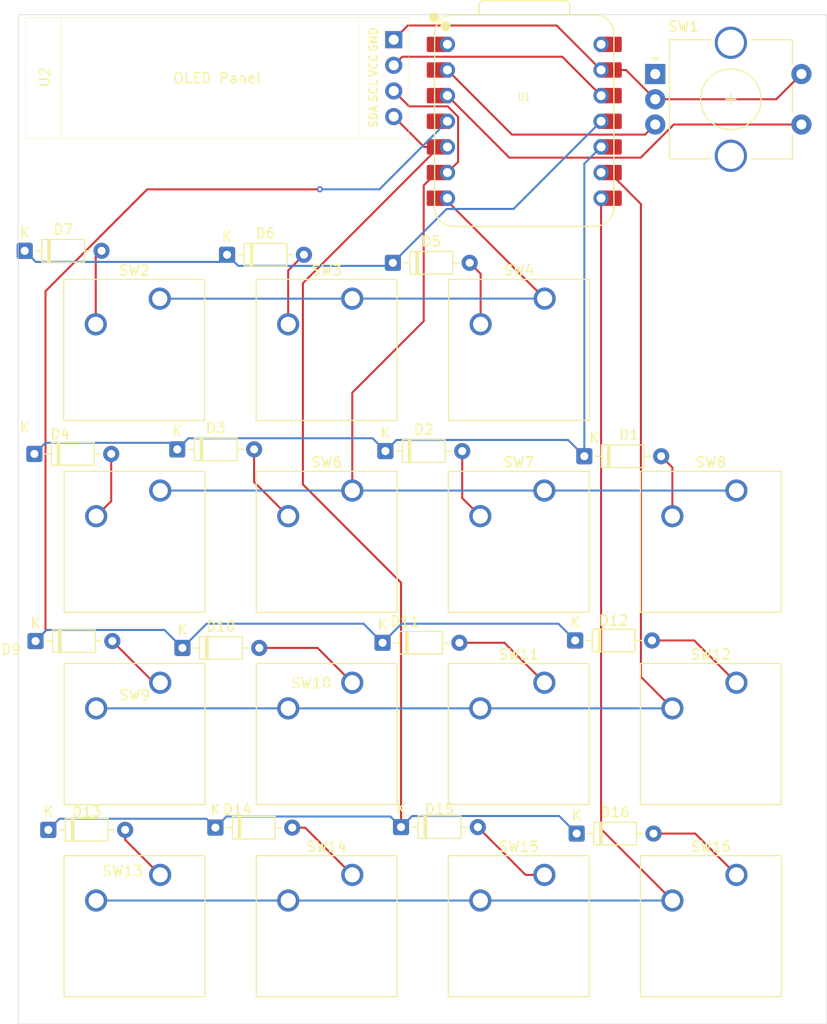
<source format=kicad_pcb>
(kicad_pcb (version 20241229) (generator "pcbnew") (generator_version "9.0")
  (layers (0 "F.Cu" signal) (2 "B.Cu" signal) (13 "F.Paste" user) (15 "B.Paste" user) (5 "F.SilkS" user "F.Silkscreen") (7 "B.SilkS" user "B.Silkscreen") (1 "F.Mask" user) (3 "B.Mask" user) (25 "Edge.Cuts" user))
  (net 0 "")
  (net 1 "GND")
  (net 2 "+5V")
  (net 3 "Net-(D1-K)")
  (net 4 "Net-(D1-A)")
  (net 5 "Net-(D2-A)")
  (net 6 "Net-(D3-A)")
  (net 7 "+3.3V")
  (net 8 "Net-(U1-GPIO7{slash}SCL)")
  (net 9 "Net-(D4-A)")
  (net 10 "Net-(D5-A)")
  (net 11 "Net-(D5-K)")
  (net 12 "Net-(D6-A)")
  (net 13 "Net-(D7-A)")
  (net 14 "Net-(D10-K)")
  (net 15 "Net-(D9-A)")
  (net 16 "Net-(D10-A)")
  (net 17 "Net-(D11-A)")
  (net 18 "Net-(D12-A)")
  (net 19 "Net-(D13-K)")
  (net 20 "Net-(D13-A)")
  (net 21 "Net-(D14-A)")
  (net 22 "Net-(D15-A)")
  (net 23 "Net-(D16-A)")
  (net 24 "Net-(U1-GPIO0{slash}TX)")
  (net 25 "Net-(U1-GPIO2{slash}SCK)")
  (net 26 "Net-(U1-GPIO1{slash}RX)")
  (net 27 "Net-(U1-GPIO28{slash}ADC2{slash}A2)")
  (net 28 "Net-(U1-GPIO26{slash}ADC0{slash}A0)")
  (net 29 "Net-(U1-GPIO27{slash}ADC1{slash}A1)")
  (footprint "Button_Switch_Keyboard:SW_Cherry_MX_1.00u_PCB" (layer "F.Cu") (at 127.507167 122.645017)
    (property "Reference" "SW10" (at -4.0795 0.038316 0) (layer "F.SilkS"))
    (property "Value" "SW_Push")
    (pad "" np_thru_hole circle (at -7.62 5.08) (size 1.7 1.7) (drill 1.7) (layers "*.Cu" "*.Mask"))
    (pad "" np_thru_hole circle (at -2.54 5.08) (size 4 4) (drill 4) (layers "*.Cu" "*.Mask"))
    (pad "" np_thru_hole circle (at 2.54 5.08) (size 1.7 1.7) (drill 1.7) (layers "*.Cu" "*.Mask"))
    (pad "1" thru_hole circle (at 0 0) (size 2.2 2.2) (drill 1.5) (layers "*.Cu" "*.Mask") (net 16 "Net-(D10-A)"))
    (pad "2" thru_hole circle (at -6.35 2.54) (size 2.2 2.2) (drill 1.5) (layers "*.Cu" "*.Mask") (net 25 "Net-(U1-GPIO2{slash}SCK)"))
  )
  (footprint "Diode_THT:D_DO-35_SOD27_P7.62mm_Horizontal" (layer "F.Cu") (at 95.02 79.86)
    (property "Reference" "D7" (at 3.81 -2.12 0) (layer "F.SilkS"))
    (property "Value" "1N4148")
    (fp_text user "K" (at 0 -1.8 0) (layer "F.SilkS"))
    (pad "1" thru_hole roundrect (at 0 0) (size 1.6 1.6) (drill 0.8) (layers "*.Cu" "*.Mask") (roundrect_rratio 0.15625) (net 11 "Net-(D5-K)"))
    (pad "2" thru_hole circle (at 7.62 0) (size 1.6 1.6) (drill 0.8) (layers "*.Cu" "*.Mask") (net 13 "Net-(D7-A)"))
  )
  (footprint "Button_Switch_Keyboard:SW_Cherry_MX_1.00u_PCB" (layer "F.Cu") (at 127.5055 141.681684)
    (property "Reference" "SW14" (at -2.54 -2.794 0) (layer "F.SilkS"))
    (property "Value" "SW_Push")
    (pad "" np_thru_hole circle (at -7.62 5.08) (size 1.7 1.7) (drill 1.7) (layers "*.Cu" "*.Mask"))
    (pad "" np_thru_hole circle (at -2.54 5.08) (size 4 4) (drill 4) (layers "*.Cu" "*.Mask"))
    (pad "" np_thru_hole circle (at 2.54 5.08) (size 1.7 1.7) (drill 1.7) (layers "*.Cu" "*.Mask"))
    (pad "1" thru_hole circle (at 0 0) (size 2.2 2.2) (drill 1.5) (layers "*.Cu" "*.Mask") (net 21 "Net-(D14-A)"))
    (pad "2" thru_hole circle (at -6.35 2.54) (size 2.2 2.2) (drill 1.5) (layers "*.Cu" "*.Mask") (net 26 "Net-(U1-GPIO1{slash}RX)"))
  )
  (footprint "Diode_THT:D_DO-35_SOD27_P7.62mm_Horizontal" (layer "F.Cu") (at 95.98 99.98)
    (property "Reference" "D4" (at 2.56 -1.97 0) (layer "F.SilkS"))
    (property "Value" "1N4148")
    (fp_text user "K" (at -0.95 -2.63 0) (layer "F.SilkS"))
    (pad "1" thru_hole roundrect (at 0 0) (size 1.6 1.6) (drill 0.8) (layers "*.Cu" "*.Mask") (roundrect_rratio 0.15625) (net 3 "Net-(D1-K)"))
    (pad "2" thru_hole circle (at 7.62 0) (size 1.6 1.6) (drill 0.8) (layers "*.Cu" "*.Mask") (net 9 "Net-(D4-A)"))
  )
  (footprint "Diode_THT:D_DO-35_SOD27_P7.62mm_Horizontal" (layer "F.Cu") (at 132.34 136.95)
    (property "Reference" "D15" (at 3.81 -1.77 0) (layer "F.SilkS"))
    (property "Value" "1N4148")
    (fp_text user "K" (at 0 -1.8 0) (layer "F.SilkS"))
    (pad "1" thru_hole roundrect (at 0 0) (size 1.6 1.6) (drill 0.8) (layers "*.Cu" "*.Mask") (roundrect_rratio 0.15625) (net 19 "Net-(D13-K)"))
    (pad "2" thru_hole circle (at 7.62 0) (size 1.6 1.6) (drill 0.8) (layers "*.Cu" "*.Mask") (net 22 "Net-(D15-A)"))
  )
  (footprint "Button_Switch_Keyboard:SW_Cherry_MX_1.00u_PCB" (layer "F.Cu") (at 165.6025 122.645017)
    (property "Reference" "SW12" (at -2.54 -2.794 0) (layer "F.SilkS"))
    (property "Value" "SW_Push")
    (pad "" np_thru_hole circle (at -7.62 5.08) (size 1.7 1.7) (drill 1.7) (layers "*.Cu" "*.Mask"))
    (pad "" np_thru_hole circle (at -2.54 5.08) (size 4 4) (drill 4) (layers "*.Cu" "*.Mask"))
    (pad "" np_thru_hole circle (at 2.54 5.08) (size 1.7 1.7) (drill 1.7) (layers "*.Cu" "*.Mask"))
    (pad "1" thru_hole circle (at 0 0) (size 2.2 2.2) (drill 1.5) (layers "*.Cu" "*.Mask") (net 18 "Net-(D12-A)"))
    (pad "2" thru_hole circle (at -6.35 2.54) (size 2.2 2.2) (drill 1.5) (layers "*.Cu" "*.Mask") (net 25 "Net-(U1-GPIO2{slash}SCK)"))
  )
  (footprint "Button_Switch_Keyboard:SW_Cherry_MX_1.00u_PCB" (layer "F.Cu") (at 165.6025 103.608351)
    (property "Reference" "SW8" (at -2.54 -2.794 0) (layer "F.SilkS"))
    (property "Value" "SW_Push")
    (pad "" np_thru_hole circle (at -7.62 5.08) (size 1.7 1.7) (drill 1.7) (layers "*.Cu" "*.Mask"))
    (pad "" np_thru_hole circle (at -2.54 5.08) (size 4 4) (drill 4) (layers "*.Cu" "*.Mask"))
    (pad "" np_thru_hole circle (at 2.54 5.08) (size 1.7 1.7) (drill 1.7) (layers "*.Cu" "*.Mask"))
    (pad "1" thru_hole circle (at 0 0) (size 2.2 2.2) (drill 1.5) (layers "*.Cu" "*.Mask") (net 8 "Net-(U1-GPIO7{slash}SCL)"))
    (pad "2" thru_hole circle (at -6.35 2.54) (size 2.2 2.2) (drill 1.5) (layers "*.Cu" "*.Mask") (net 4 "Net-(D1-A)"))
  )
  (footprint "Diode_THT:D_DO-35_SOD27_P7.62mm_Horizontal" (layer "F.Cu") (at 149.61 118.46)
    (property "Reference" "D12" (at 3.81 -1.97 0) (layer "F.SilkS"))
    (property "Value" "1N4148")
    (fp_text user "K" (at 0 -1.8 0) (layer "F.SilkS"))
    (pad "1" thru_hole roundrect (at 0 0) (size 1.6 1.6) (drill 0.8) (layers "*.Cu" "*.Mask") (roundrect_rratio 0.15625) (net 14 "Net-(D10-K)"))
    (pad "2" thru_hole circle (at 7.62 0) (size 1.6 1.6) (drill 0.8) (layers "*.Cu" "*.Mask") (net 18 "Net-(D12-A)"))
  )
  (footprint "Diode_THT:D_DO-35_SOD27_P7.62mm_Horizontal" (layer "F.Cu") (at 130.79 99.7)
    (property "Reference" "D2" (at 3.81 -2.12 0) (layer "F.SilkS"))
    (property "Value" "1N4148")
    (fp_text user "K" (at 0 -1.8 0) (layer "F.SilkS"))
    (pad "1" thru_hole roundrect (at 0 0) (size 1.6 1.6) (drill 0.8) (layers "*.Cu" "*.Mask") (roundrect_rratio 0.15625) (net 3 "Net-(D1-K)"))
    (pad "2" thru_hole circle (at 7.62 0) (size 1.6 1.6) (drill 0.8) (layers "*.Cu" "*.Mask") (net 5 "Net-(D2-A)"))
  )
  (footprint "Diode_THT:D_DO-35_SOD27_P7.62mm_Horizontal" (layer "F.Cu") (at 110.15 99.53)
    (property "Reference" "D3" (at 3.81 -2.12 0) (layer "F.SilkS"))
    (property "Value" "1N4148")
    (fp_text user "K" (at 0 -1.8 0) (layer "F.SilkS"))
    (pad "1" thru_hole roundrect (at 0 0) (size 1.6 1.6) (drill 0.8) (layers "*.Cu" "*.Mask") (roundrect_rratio 0.15625) (net 3 "Net-(D1-K)"))
    (pad "2" thru_hole circle (at 7.62 0) (size 1.6 1.6) (drill 0.8) (layers "*.Cu" "*.Mask") (net 6 "Net-(D3-A)"))
  )
  (footprint "Rotary_Encoder:RotaryEncoder_Alps_EC11E-Switch_Vertical_H20mm_CircularMountingHoles" (layer "F.Cu") (at 157.55 62.3485)
    (property "Reference" "SW1" (at 2.8 -4.7 0) (layer "F.SilkS"))
    (property "Value" "RotaryEncoder_Switch")
    (pad "A" thru_hole rect (at 0 0) (size 2 2) (drill 1) (layers "*.Cu" "*.Mask") (net 28 "Net-(U1-GPIO26{slash}ADC0{slash}A0)"))
    (pad "B" thru_hole circle (at 0 5) (size 2 2) (drill 1) (layers "*.Cu" "*.Mask") (net 29 "Net-(U1-GPIO27{slash}ADC1{slash}A1)"))
    (pad "C" thru_hole circle (at 0 2.5) (size 2 2) (drill 1) (layers "*.Cu" "*.Mask") (net 1 "GND"))
    (pad "MP" thru_hole circle (at 7.5 -3.1) (size 3.2 3.2) (drill 2.6) (layers "*.Cu" "*.Mask"))
    (pad "MP" thru_hole circle (at 7.5 8.1) (size 3.2 3.2) (drill 2.6) (layers "*.Cu" "*.Mask"))
    (pad "S1" thru_hole circle (at 14.5 5) (size 2 2) (drill 1) (layers "*.Cu" "*.Mask") (net 27 "Net-(U1-GPIO28{slash}ADC2{slash}A2)"))
    (pad "S2" thru_hole circle (at 14.5 0) (size 2 2) (drill 1) (layers "*.Cu" "*.Mask") (net 1 "GND"))
  )
  (footprint "Diode_THT:D_DO-35_SOD27_P7.62mm_Horizontal" (layer "F.Cu") (at 149.76 137.59)
    (property "Reference" "D16" (at 3.81 -2.12 0) (layer "F.SilkS"))
    (property "Value" "1N4148")
    (fp_text user "K" (at 0 -1.8 0) (layer "F.SilkS"))
    (pad "1" thru_hole roundrect (at 0 0) (size 1.6 1.6) (drill 0.8) (layers "*.Cu" "*.Mask") (roundrect_rratio 0.15625) (net 19 "Net-(D13-K)"))
    (pad "2" thru_hole circle (at 7.62 0) (size 1.6 1.6) (drill 0.8) (layers "*.Cu" "*.Mask") (net 23 "Net-(D16-A)"))
  )
  (footprint "Button_Switch_Keyboard:SW_Cherry_MX_1.00u_PCB" (layer "F.Cu") (at 146.554833 122.645017)
    (property "Reference" "SW11" (at -2.54 -2.794 0) (layer "F.SilkS"))
    (property "Value" "SW_Push")
    (pad "" np_thru_hole circle (at -7.62 5.08) (size 1.7 1.7) (drill 1.7) (layers "*.Cu" "*.Mask"))
    (pad "" np_thru_hole circle (at -2.54 5.08) (size 4 4) (drill 4) (layers "*.Cu" "*.Mask"))
    (pad "" np_thru_hole circle (at 2.54 5.08) (size 1.7 1.7) (drill 1.7) (layers "*.Cu" "*.Mask"))
    (pad "1" thru_hole circle (at 0 0) (size 2.2 2.2) (drill 1.5) (layers "*.Cu" "*.Mask") (net 17 "Net-(D11-A)"))
    (pad "2" thru_hole circle (at -6.35 2.54) (size 2.2 2.2) (drill 1.5) (layers "*.Cu" "*.Mask") (net 25 "Net-(U1-GPIO2{slash}SCK)"))
  )
  (footprint "OPL:XIAO-RP2040-DIP" (layer "F.Cu") (at 144.561 67.0285)
    (property "Reference" "U1" (at -0.01 -2.41 0) (layer "F.SilkS") (effects (font (size 0.8128 0.635) (thickness 0.1016))))
    (property "Value" "XIAO-RP2040-DIP")
    (pad "1" smd roundrect (at -8.455 -7.62 180) (size 2.432 1.524) (layers "F.Cu" "F.Mask") (roundrect_rratio 0.1) (net 28 "Net-(U1-GPIO26{slash}ADC0{slash}A0)"))
    (pad "1" thru_hole circle (at -7.62 -7.62 180) (size 1.524 1.524) (drill 0.889) (layers "*.Cu" "*.Mask") (net 28 "Net-(U1-GPIO26{slash}ADC0{slash}A0)"))
    (pad "2" smd roundrect (at -8.455 -5.08 180) (size 2.432 1.524) (layers "F.Cu" "F.Mask") (roundrect_rratio 0.1) (net 29 "Net-(U1-GPIO27{slash}ADC1{slash}A1)"))
    (pad "2" thru_hole circle (at -7.62 -5.08 180) (size 1.524 1.524) (drill 0.889) (layers "*.Cu" "*.Mask") (net 29 "Net-(U1-GPIO27{slash}ADC1{slash}A1)"))
    (pad "3" smd roundrect (at -8.455 -2.54 180) (size 2.432 1.524) (layers "F.Cu" "F.Mask") (roundrect_rratio 0.1) (net 27 "Net-(U1-GPIO28{slash}ADC2{slash}A2)"))
    (pad "3" thru_hole circle (at -7.62 -2.54 180) (size 1.524 1.524) (drill 0.889) (layers "*.Cu" "*.Mask") (net 27 "Net-(U1-GPIO28{slash}ADC2{slash}A2)"))
    (pad "4" smd roundrect (at -8.455 0 180) (size 2.432 1.524) (layers "F.Cu" "F.Mask") (roundrect_rratio 0.1) (net 14 "Net-(D10-K)"))
    (pad "4" thru_hole circle (at -7.62 0 180) (size 1.524 1.524) (drill 0.889) (layers "*.Cu" "*.Mask") (net 14 "Net-(D10-K)"))
    (pad "5" smd roundrect (at -8.455 2.54 180) (size 2.432 1.524) (layers "F.Cu" "F.Mask") (roundrect_rratio 0.1) (net 19 "Net-(D13-K)"))
    (pad "5" thru_hole circle (at -7.62 2.54 180) (size 1.524 1.524) (drill 0.889) (layers "*.Cu" "*.Mask") (net 19 "Net-(D13-K)"))
    (pad "6" smd roundrect (at -8.455 5.08 180) (size 2.432 1.524) (layers "F.Cu" "F.Mask") (roundrect_rratio 0.1) (net 8 "Net-(U1-GPIO7{slash}SCL)"))
    (pad "6" thru_hole circle (at -7.62 5.08 180) (size 1.524 1.524) (drill 0.889) (layers "*.Cu" "*.Mask") (net 8 "Net-(U1-GPIO7{slash}SCL)"))
    (pad "7" smd roundrect (at -8.455 7.62 180) (size 2.432 1.524) (layers "F.Cu" "F.Mask") (roundrect_rratio 0.1) (net 24 "Net-(U1-GPIO0{slash}TX)"))
    (pad "7" thru_hole circle (at -7.62 7.62 180) (size 1.524 1.524) (drill 0.889) (layers "*.Cu" "*.Mask") (net 24 "Net-(U1-GPIO0{slash}TX)"))
    (pad "8" thru_hole circle (at 7.62 7.62) (size 1.524 1.524) (drill 0.889) (layers "*.Cu" "*.Mask") (net 26 "Net-(U1-GPIO1{slash}RX)"))
    (pad "8" smd roundrect (at 8.455 7.62) (size 2.432 1.524) (layers "F.Cu" "F.Mask") (roundrect_rratio 0.1) (net 26 "Net-(U1-GPIO1{slash}RX)"))
    (pad "9" thru_hole circle (at 7.62 5.08) (size 1.524 1.524) (drill 0.889) (layers "*.Cu" "*.Mask") (net 25 "Net-(U1-GPIO2{slash}SCK)"))
    (pad "9" smd roundrect (at 8.455 5.08) (size 2.432 1.524) (layers "F.Cu" "F.Mask") (roundrect_rratio 0.1) (net 25 "Net-(U1-GPIO2{slash}SCK)"))
    (pad "10" thru_hole circle (at 7.62 2.54) (size 1.524 1.524) (drill 0.889) (layers "*.Cu" "*.Mask") (net 3 "Net-(D1-K)"))
    (pad "10" smd roundrect (at 8.455 2.54) (size 2.432 1.524) (layers "F.Cu" "F.Mask") (roundrect_rratio 0.1) (net 3 "Net-(D1-K)"))
    (pad "11" thru_hole circle (at 7.62 0) (size 1.524 1.524) (drill 0.889) (layers "*.Cu" "*.Mask") (net 11 "Net-(D5-K)"))
    (pad "11" smd roundrect (at 8.455 0) (size 2.432 1.524) (layers "F.Cu" "F.Mask") (roundrect_rratio 0.1) (net 11 "Net-(D5-K)"))
    (pad "12" thru_hole circle (at 7.62 -2.54) (size 1.524 1.524) (drill 0.889) (layers "*.Cu" "*.Mask") (net 7 "+3.3V"))
    (pad "12" smd roundrect (at 8.455 -2.54) (size 2.432 1.524) (layers "F.Cu" "F.Mask") (roundrect_rratio 0.1) (net 7 "+3.3V"))
    (pad "13" thru_hole circle (at 7.62 -5.08) (size 1.524 1.524) (drill 0.889) (layers "*.Cu" "*.Mask") (net 1 "GND"))
    (pad "13" smd roundrect (at 8.455 -5.08) (size 2.432 1.524) (layers "F.Cu" "F.Mask") (roundrect_rratio 0.1) (net 1 "GND"))
    (pad "14" thru_hole circle (at 7.62 -7.62) (size 1.524 1.524) (drill 0.889) (layers "*.Cu" "*.Mask") (net 2 "+5V"))
    (pad "14" smd roundrect (at 8.455 -7.62) (size 2.432 1.524) (layers "F.Cu" "F.Mask") (roundrect_rratio 0.1) (net 2 "+5V"))
  )
  (footprint "Button_Switch_Keyboard:SW_Cherry_MX_1.00u_PCB" (layer "F.Cu") (at 165.6075 141.681684)
    (property "Reference" "SW16" (at -2.54 -2.794 0) (layer "F.SilkS"))
    (property "Value" "SW_Push")
    (pad "" np_thru_hole circle (at -7.62 5.08) (size 1.7 1.7) (drill 1.7) (layers "*.Cu" "*.Mask"))
    (pad "" np_thru_hole circle (at -2.54 5.08) (size 4 4) (drill 4) (layers "*.Cu" "*.Mask"))
    (pad "" np_thru_hole circle (at 2.54 5.08) (size 1.7 1.7) (drill 1.7) (layers "*.Cu" "*.Mask"))
    (pad "1" thru_hole circle (at 0 0) (size 2.2 2.2) (drill 1.5) (layers "*.Cu" "*.Mask") (net 23 "Net-(D16-A)"))
    (pad "2" thru_hole circle (at -6.35 2.54) (size 2.2 2.2) (drill 1.5) (layers "*.Cu" "*.Mask") (net 26 "Net-(U1-GPIO1{slash}RX)"))
  )
  (footprint "Diode_THT:D_DO-35_SOD27_P7.62mm_Horizontal" (layer "F.Cu") (at 110.66 119.2)
    (property "Reference" "D10" (at 3.81 -2.12 0) (layer "F.SilkS"))
    (property "Value" "1N4148")
    (fp_text user "K" (at 0 -1.8 0) (layer "F.SilkS"))
    (pad "1" thru_hole roundrect (at 0 0) (size 1.6 1.6) (drill 0.8) (layers "*.Cu" "*.Mask") (roundrect_rratio 0.15625) (net 14 "Net-(D10-K)"))
    (pad "2" thru_hole circle (at 7.62 0) (size 1.6 1.6) (drill 0.8) (layers "*.Cu" "*.Mask") (net 16 "Net-(D10-A)"))
  )
  (footprint "OLED:SSD1306-0.91-OLED-4pin-128x32" (layer "F.Cu") (at 95.116 56.7535)
    (property "Reference" "U2" (at 1.9 5.91 90) (layer "F.SilkS"))
    (property "Value" "OLED-4pin-128x32")
    (fp_text user "SDA" (at 34.5 9.81 270) (layer "F.SilkS") (effects (font (size 0.8001 0.8001))))
    (fp_text user "VCC" (at 34.5 4.73 270) (layer "F.SilkS") (effects (font (size 0.8001 0.8001))))
    (fp_text user "GND" (at 34.5 2.19 270) (layer "F.SilkS") (effects (font (size 0.8001 0.8001))))
    (fp_text user "SCL" (at 34.5 7.27 270) (layer "F.SilkS") (effects (font (size 0.8001 0.8001))))
    (fp_text user "OLED Panel" (at 19 6 0) (layer "F.SilkS"))
    (pad "1" thru_hole rect (at 36.5 2.19) (size 1.7 1.7) (drill 1) (layers "*.Cu" "*.Mask") (net 1 "GND"))
    (pad "2" thru_hole oval (at 36.5 4.73) (size 1.7 1.7) (drill 1) (layers "*.Cu" "*.Mask") (net 7 "+3.3V"))
    (pad "3" thru_hole oval (at 36.5 7.27) (size 1.7 1.7) (drill 1) (layers "*.Cu" "*.Mask") (net 8 "Net-(U1-GPIO7{slash}SCL)"))
    (pad "4" thru_hole oval (at 36.5 9.81) (size 1.7 1.7) (drill 1) (layers "*.Cu" "*.Mask") (net 19 "Net-(D13-K)"))
  )
  (footprint "Button_Switch_Keyboard:SW_Cherry_MX_1.00u_PCB" (layer "F.Cu") (at 146.5565 141.681684)
    (property "Reference" "SW15" (at -2.54 -2.794 0) (layer "F.SilkS"))
    (property "Value" "SW_Push")
    (pad "" np_thru_hole circle (at -7.62 5.08) (size 1.7 1.7) (drill 1.7) (layers "*.Cu" "*.Mask"))
    (pad "" np_thru_hole circle (at -2.54 5.08) (size 4 4) (drill 4) (layers "*.Cu" "*.Mask"))
    (pad "" np_thru_hole circle (at 2.54 5.08) (size 1.7 1.7) (drill 1.7) (layers "*.Cu" "*.Mask"))
    (pad "1" thru_hole circle (at 0 0) (size 2.2 2.2) (drill 1.5) (layers "*.Cu" "*.Mask") (net 22 "Net-(D15-A)"))
    (pad "2" thru_hole circle (at -6.35 2.54) (size 2.2 2.2) (drill 1.5) (layers "*.Cu" "*.Mask") (net 26 "Net-(U1-GPIO1{slash}RX)"))
  )
  (footprint "Button_Switch_Keyboard:SW_Cherry_MX_1.00u_PCB" (layer "F.Cu") (at 108.4595 122.645017)
    (property "Reference" "SW9" (at -2.54 1.228316 0) (layer "F.SilkS"))
    (property "Value" "SW_Push")
    (pad "" np_thru_hole circle (at -7.62 5.08) (size 1.7 1.7) (drill 1.7) (layers "*.Cu" "*.Mask"))
    (pad "" np_thru_hole circle (at -2.54 5.08) (size 4 4) (drill 4) (layers "*.Cu" "*.Mask"))
    (pad "" np_thru_hole circle (at 2.54 5.08) (size 1.7 1.7) (drill 1.7) (layers "*.Cu" "*.Mask"))
    (pad "1" thru_hole circle (at 0 0) (size 2.2 2.2) (drill 1.5) (layers "*.Cu" "*.Mask") (net 15 "Net-(D9-A)"))
    (pad "2" thru_hole circle (at -6.35 2.54) (size 2.2 2.2) (drill 1.5) (layers "*.Cu" "*.Mask") (net 25 "Net-(U1-GPIO2{slash}SCK)"))
  )
  (footprint "Button_Switch_Keyboard:SW_Cherry_MX_1.00u_PCB" (layer "F.Cu") (at 108.415 84.6)
    (property "Reference" "SW2" (at -2.54 -2.794 0) (layer "F.SilkS"))
    (property "Value" "SW_Push")
    (pad "" np_thru_hole circle (at -7.62 5.08) (size 1.7 1.7) (drill 1.7) (layers "*.Cu" "*.Mask"))
    (pad "" np_thru_hole circle (at -2.54 5.08) (size 4 4) (drill 4) (layers "*.Cu" "*.Mask"))
    (pad "" np_thru_hole circle (at 2.54 5.08) (size 1.7 1.7) (drill 1.7) (layers "*.Cu" "*.Mask"))
    (pad "1" thru_hole circle (at 0 0) (size 2.2 2.2) (drill 1.5) (layers "*.Cu" "*.Mask") (net 24 "Net-(U1-GPIO0{slash}TX)"))
    (pad "2" thru_hole circle (at -6.35 2.54) (size 2.2 2.2) (drill 1.5) (layers "*.Cu" "*.Mask") (net 13 "Net-(D7-A)"))
  )
  (footprint "Button_Switch_Keyboard:SW_Cherry_MX_1.00u_PCB" (layer "F.Cu") (at 108.4595 103.608351)
    (property "Reference" "SW5" (hide yes))
    (property "Value" "SW_Push")
    (pad "" np_thru_hole circle (at -7.62 5.08) (size 1.7 1.7) (drill 1.7) (layers "*.Cu" "*.Mask"))
    (pad "" np_thru_hole circle (at -2.54 5.08) (size 4 4) (drill 4) (layers "*.Cu" "*.Mask"))
    (pad "" np_thru_hole circle (at 2.54 5.08) (size 1.7 1.7) (drill 1.7) (layers "*.Cu" "*.Mask"))
    (pad "1" thru_hole circle (at 0 0) (size 2.2 2.2) (drill 1.5) (layers "*.Cu" "*.Mask") (net 8 "Net-(U1-GPIO7{slash}SCL)"))
    (pad "2" thru_hole circle (at -6.35 2.54) (size 2.2 2.2) (drill 1.5) (layers "*.Cu" "*.Mask") (net 9 "Net-(D4-A)"))
  )
  (footprint "Button_Switch_Keyboard:SW_Cherry_MX_1.00u_PCB" (layer "F.Cu") (at 127.5 84.6)
    (property "Reference" "SW3" (at -2.54 -2.794 0) (layer "F.SilkS"))
    (property "Value" "SW_Push")
    (pad "" np_thru_hole circle (at -7.62 5.08) (size 1.7 1.7) (drill 1.7) (layers "*.Cu" "*.Mask"))
    (pad "" np_thru_hole circle (at -2.54 5.08) (size 4 4) (drill 4) (layers "*.Cu" "*.Mask"))
    (pad "" np_thru_hole circle (at 2.54 5.08) (size 1.7 1.7) (drill 1.7) (layers "*.Cu" "*.Mask"))
    (pad "1" thru_hole circle (at 0 0) (size 2.2 2.2) (drill 1.5) (layers "*.Cu" "*.Mask") (net 24 "Net-(U1-GPIO0{slash}TX)"))
    (pad "2" thru_hole circle (at -6.35 2.54) (size 2.2 2.2) (drill 1.5) (layers "*.Cu" "*.Mask") (net 12 "Net-(D6-A)"))
  )
  (footprint "Button_Switch_Keyboard:SW_Cherry_MX_1.00u_PCB" (layer "F.Cu") (at 146.585 84.595)
    (property "Reference" "SW4" (at -2.54 -2.794 0) (layer "F.SilkS"))
    (property "Value" "SW_Push")
    (pad "" np_thru_hole circle (at -7.62 5.08) (size 1.7 1.7) (drill 1.7) (layers "*.Cu" "*.Mask"))
    (pad "" np_thru_hole circle (at -2.54 5.08) (size 4 4) (drill 4) (layers "*.Cu" "*.Mask"))
    (pad "" np_thru_hole circle (at 2.54 5.08) (size 1.7 1.7) (drill 1.7) (layers "*.Cu" "*.Mask"))
    (pad "1" thru_hole circle (at 0 0) (size 2.2 2.2) (drill 1.5) (layers "*.Cu" "*.Mask") (net 24 "Net-(U1-GPIO0{slash}TX)"))
    (pad "2" thru_hole circle (at -6.35 2.54) (size 2.2 2.2) (drill 1.5) (layers "*.Cu" "*.Mask") (net 10 "Net-(D5-A)"))
  )
  (footprint "Diode_THT:D_DO-35_SOD27_P7.62mm_Horizontal" (layer "F.Cu") (at 113.93 137)
    (property "Reference" "D14" (at 2.21 -1.79 0) (layer "F.SilkS"))
    (property "Value" "1N4148")
    (fp_text user "K" (at 0 -1.8 0) (layer "F.SilkS"))
    (pad "1" thru_hole roundrect (at 0 0) (size 1.6 1.6) (drill 0.8) (layers "*.Cu" "*.Mask") (roundrect_rratio 0.15625) (net 19 "Net-(D13-K)"))
    (pad "2" thru_hole circle (at 7.62 0) (size 1.6 1.6) (drill 0.8) (layers "*.Cu" "*.Mask") (net 21 "Net-(D14-A)"))
  )
  (footprint "Button_Switch_Keyboard:SW_Cherry_MX_1.00u_PCB" (layer "F.Cu") (at 108.4545 141.681684)
    (property "Reference" "SW13" (at -3.7295 -0.381684 0) (layer "F.SilkS"))
    (property "Value" "SW_Push")
    (pad "" np_thru_hole circle (at -7.62 5.08) (size 1.7 1.7) (drill 1.7) (layers "*.Cu" "*.Mask"))
    (pad "" np_thru_hole circle (at -2.54 5.08) (size 4 4) (drill 4) (layers "*.Cu" "*.Mask"))
    (pad "" np_thru_hole circle (at 2.54 5.08) (size 1.7 1.7) (drill 1.7) (layers "*.Cu" "*.Mask"))
    (pad "1" thru_hole circle (at 0 0) (size 2.2 2.2) (drill 1.5) (layers "*.Cu" "*.Mask") (net 20 "Net-(D13-A)"))
    (pad "2" thru_hole circle (at -6.35 2.54) (size 2.2 2.2) (drill 1.5) (layers "*.Cu" "*.Mask") (net 26 "Net-(U1-GPIO1{slash}RX)"))
  )
  (footprint "Diode_THT:D_DO-35_SOD27_P7.62mm_Horizontal" (layer "F.Cu") (at 97.36 137.22)
    (property "Reference" "D13" (at 3.81 -1.79 0) (layer "F.SilkS"))
    (property "Value" "1N4148")
    (fp_text user "K" (at 0 -1.8 0) (layer "F.SilkS"))
    (pad "1" thru_hole roundrect (at 0 0) (size 1.6 1.6) (drill 0.8) (layers "*.Cu" "*.Mask") (roundrect_rratio 0.15625) (net 19 "Net-(D13-K)"))
    (pad "2" thru_hole circle (at 7.62 0) (size 1.6 1.6) (drill 0.8) (layers "*.Cu" "*.Mask") (net 20 "Net-(D13-A)"))
  )
  (footprint "Button_Switch_Keyboard:SW_Cherry_MX_1.00u_PCB" (layer "F.Cu") (at 127.507167 103.608351)
    (property "Reference" "SW6" (at -2.54 -2.794 0) (layer "F.SilkS"))
    (property "Value" "SW_Push")
    (pad "" np_thru_hole circle (at -7.62 5.08) (size 1.7 1.7) (drill 1.7) (layers "*.Cu" "*.Mask"))
    (pad "" np_thru_hole circle (at -2.54 5.08) (size 4 4) (drill 4) (layers "*.Cu" "*.Mask"))
    (pad "" np_thru_hole circle (at 2.54 5.08) (size 1.7 1.7) (drill 1.7) (layers "*.Cu" "*.Mask"))
    (pad "1" thru_hole circle (at 0 0) (size 2.2 2.2) (drill 1.5) (layers "*.Cu" "*.Mask") (net 8 "Net-(U1-GPIO7{slash}SCL)"))
    (pad "2" thru_hole circle (at -6.35 2.54) (size 2.2 2.2) (drill 1.5) (layers "*.Cu" "*.Mask") (net 6 "Net-(D3-A)"))
  )
  (footprint "Diode_THT:D_DO-35_SOD27_P7.62mm_Horizontal" (layer "F.Cu") (at 96.09 118.52)
    (property "Reference" "D9" (at -2.42 0.84 0) (layer "F.SilkS"))
    (property "Value" "1N4148")
    (fp_text user "K" (at 0 -1.8 0) (layer "F.SilkS"))
    (pad "1" thru_hole roundrect (at 0 0) (size 1.6 1.6) (drill 0.8) (layers "*.Cu" "*.Mask") (roundrect_rratio 0.15625) (net 14 "Net-(D10-K)"))
    (pad "2" thru_hole circle (at 7.62 0) (size 1.6 1.6) (drill 0.8) (layers "*.Cu" "*.Mask") (net 15 "Net-(D9-A)"))
  )
  (footprint "Diode_THT:D_DO-35_SOD27_P7.62mm_Horizontal" (layer "F.Cu") (at 115.09 80.25)
    (property "Reference" "D6" (at 3.81 -2.12 0) (layer "F.SilkS"))
    (property "Value" "1N4148")
    (fp_text user "K" (at 0 -1.8 0) (layer "F.SilkS"))
    (pad "1" thru_hole roundrect (at 0 0) (size 1.6 1.6) (drill 0.8) (layers "*.Cu" "*.Mask") (roundrect_rratio 0.15625) (net 11 "Net-(D5-K)"))
    (pad "2" thru_hole circle (at 7.62 0) (size 1.6 1.6) (drill 0.8) (layers "*.Cu" "*.Mask") (net 12 "Net-(D6-A)"))
  )
  (footprint "Button_Switch_Keyboard:SW_Cherry_MX_1.00u_PCB" (layer "F.Cu") (at 146.554833 103.608351)
    (property "Reference" "SW7" (at -2.54 -2.794 0) (layer "F.SilkS"))
    (property "Value" "SW_Push")
    (pad "" np_thru_hole circle (at -7.62 5.08) (size 1.7 1.7) (drill 1.7) (layers "*.Cu" "*.Mask"))
    (pad "" np_thru_hole circle (at -2.54 5.08) (size 4 4) (drill 4) (layers "*.Cu" "*.Mask"))
    (pad "" np_thru_hole circle (at 2.54 5.08) (size 1.7 1.7) (drill 1.7) (layers "*.Cu" "*.Mask"))
    (pad "1" thru_hole circle (at 0 0) (size 2.2 2.2) (drill 1.5) (layers "*.Cu" "*.Mask") (net 8 "Net-(U1-GPIO7{slash}SCL)"))
    (pad "2" thru_hole circle (at -6.35 2.54) (size 2.2 2.2) (drill 1.5) (layers "*.Cu" "*.Mask") (net 5 "Net-(D2-A)"))
  )
  (footprint "Diode_THT:D_DO-35_SOD27_P7.62mm_Horizontal" (layer "F.Cu") (at 131.53 81.05)
    (property "Reference" "D5" (at 3.81 -2.12 0) (layer "F.SilkS"))
    (property "Value" "1N4148")
    (pad "1" thru_hole roundrect (at 0 0) (size 1.6 1.6) (drill 0.8) (layers "*.Cu" "*.Mask") (roundrect_rratio 0.15625) (net 11 "Net-(D5-K)"))
    (pad "2" thru_hole circle (at 7.62 0) (size 1.6 1.6) (drill 0.8) (layers "*.Cu" "*.Mask") (net 10 "Net-(D5-A)"))
  )
  (footprint "Diode_THT:D_DO-35_SOD27_P7.62mm_Horizontal" (layer "F.Cu") (at 150.52 100.21)
    (property "Reference" "D1" (at 4.44 -2.12 0) (layer "F.SilkS"))
    (property "Value" "1N4148")
    (fp_text user "K" (at 1 -1.8 0) (layer "F.SilkS"))
    (pad "1" thru_hole roundrect (at 0 0) (size 1.6 1.6) (drill 0.8) (layers "*.Cu" "*.Mask") (roundrect_rratio 0.15625) (net 3 "Net-(D1-K)"))
    (pad "2" thru_hole circle (at 7.62 0) (size 1.6 1.6) (drill 0.8) (layers "*.Cu" "*.Mask") (net 4 "Net-(D1-A)"))
  )
  (footprint "Diode_THT:D_DO-35_SOD27_P7.62mm_Horizontal" (layer "F.Cu") (at 130.51 118.69)
    (property "Reference" "D11" (at 2.2 -2.12 0) (layer "F.SilkS"))
    (property "Value" "1N4148")
    (fp_text user "K" (at 0 -1.8 0) (layer "F.SilkS"))
    (pad "1" thru_hole roundrect (at 0 0) (size 1.6 1.6) (drill 0.8) (layers "*.Cu" "*.Mask") (roundrect_rratio 0.15625) (net 14 "Net-(D10-K)"))
    (pad "2" thru_hole circle (at 7.62 0) (size 1.6 1.6) (drill 0.8) (layers "*.Cu" "*.Mask") (net 17 "Net-(D11-A)"))
  )
  (gr_rect (start 94.385 56.47) (end 174.575 156.45) (stroke (width 0.05)) (fill no) (layer "Edge.Cuts"))
  (segment (start 172.05 62.3485) (end 169.55 64.8485) (width 0.2) (layer "F.Cu") (net 1))
  (segment (start 157.55 64.8485) (end 154.65 61.9485) (width 0.2) (layer "F.Cu") (net 1))
  (segment (start 131.616 58.9435) (end 133.0195 57.54) (width 0.2) (layer "F.Cu") (net 1))
  (segment (start 169.55 64.8485) (end 157.55 64.8485) (width 0.2) (layer "F.Cu") (net 1))
  (segment (start 154.65 61.9485) (end 152.181 61.9485) (width 0.2) (layer "F.Cu") (net 1))
  (segment (start 133.0195 57.54) (end 147.7725 57.54) (width 0.2) (layer "F.Cu") (net 1))
  (segment (start 147.7725 57.54) (end 152.181 61.9485) (width 0.2) (layer "F.Cu") (net 1))
  (segment (start 129.519 98.429) (end 111.251 98.429) (width 0.2) (layer "B.Cu") (net 3))
  (segment (start 150.52 100.21) (end 150.52 71.2295) (width 0.2) (layer "B.Cu") (net 3))
  (segment (start 130.79 99.7) (end 129.519 98.429) (width 0.2) (layer "B.Cu") (net 3))
  (segment (start 97.081 98.879) (end 109.499 98.879) (width 0.2) (layer "B.Cu") (net 3))
  (segment (start 150.52 100.21) (end 148.909 98.599) (width 0.2) (layer "B.Cu") (net 3))
  (segment (start 150.52 71.2295) (end 152.181 69.5685) (width 0.2) (layer "B.Cu") (net 3))
  (segment (start 111.251 98.429) (end 110.15 99.53) (width 0.2) (layer "B.Cu") (net 3))
  (segment (start 95.98 99.98) (end 97.081 98.879) (width 0.2) (layer "B.Cu") (net 3))
  (segment (start 131.891 98.599) (end 130.79 99.7) (width 0.2) (layer "B.Cu") (net 3))
  (segment (start 109.499 98.879) (end 110.15 99.53) (width 0.2) (layer "B.Cu") (net 3))
  (segment (start 148.909 98.599) (end 131.891 98.599) (width 0.2) (layer "B.Cu") (net 3))
  (segment (start 159.2525 106.148351) (end 159.2525 101.3225) (width 0.2) (layer "F.Cu") (net 4))
  (segment (start 159.2525 101.3225) (end 158.14 100.21) (width 0.2) (layer "F.Cu") (net 4))
  (segment (start 140.204833 106.148351) (end 138.41 104.353518) (width 0.2) (layer "F.Cu") (net 5))
  (segment (start 138.41 104.353518) (end 138.41 99.7) (width 0.2) (layer "F.Cu") (net 5))
  (segment (start 121.157167 106.148351) (end 117.77 102.761184) (width 0.2) (layer "F.Cu") (net 6))
  (segment (start 117.77 102.761184) (end 117.77 99.53) (width 0.2) (layer "F.Cu") (net 6))
  (segment (start 131.616 61.4835) (end 132.466 60.6335) (width 0.2) (layer "F.Cu") (net 7))
  (segment (start 132.466 60.6335) (end 148.326 60.6335) (width 0.2) (layer "F.Cu") (net 7))
  (segment (start 148.326 60.6335) (end 152.181 64.4885) (width 0.2) (layer "F.Cu") (net 7))
  (segment (start 134.589 73.38287) (end 135.86337 72.1085) (width 0.2) (layer "F.Cu") (net 8))
  (segment (start 134.589 86.82947) (end 134.589 73.38287) (width 0.2) (layer "F.Cu") (net 8))
  (segment (start 127.507167 103.608351) (end 127.507167 93.911303) (width 0.2) (layer "F.Cu") (net 8))
  (segment (start 136.96731 65.5515) (end 138.004 66.58819) (width 0.2) (layer "F.Cu") (net 8))
  (segment (start 138.004 71.0455) (end 136.941 72.1085) (width 0.2) (layer "F.Cu") (net 8))
  (segment (start 135.86337 72.1085) (end 136.941 72.1085) (width 0.2) (layer "F.Cu") (net 8))
  (segment (start 127.507167 93.911303) (end 134.589 86.82947) (width 0.2) (layer "F.Cu") (net 8))
  (segment (start 131.616 64.0235) (end 133.144 65.5515) (width 0.2) (layer "F.Cu") (net 8))
  (segment (start 138.004 66.58819) (end 138.004 71.0455) (width 0.2) (layer "F.Cu") (net 8))
  (segment (start 133.144 65.5515) (end 136.96731 65.5515) (width 0.2) (layer "F.Cu") (net 8))
  (segment (start 108.4595 103.608351) (end 127.507167 103.608351) (width 0.2) (layer "B.Cu") (net 8))
  (segment (start 165.6025 103.608351) (end 146.554833 103.608351) (width 0.2) (layer "B.Cu") (net 8))
  (segment (start 146.554833 103.608351) (end 127.507167 103.608351) (width 0.2) (layer "B.Cu") (net 8))
  (segment (start 103.6 99.98) (end 103.6 104.657851) (width 0.2) (layer "F.Cu") (net 9))
  (segment (start 103.6 104.657851) (end 102.1095 106.148351) (width 0.2) (layer "F.Cu") (net 9))
  (segment (start 140.235 82.135) (end 139.15 81.05) (width 0.2) (layer "F.Cu") (net 10))
  (segment (start 140.235 87.135) (end 140.235 82.135) (width 0.2) (layer "F.Cu") (net 10))
  (segment (start 96.121 80.961) (end 95.02 79.86) (width 0.2) (layer "B.Cu") (net 11))
  (segment (start 114.379 80.961) (end 96.121 80.961) (width 0.2) (layer "B.Cu") (net 11))
  (segment (start 116.191 81.351) (end 115.09 80.25) (width 0.2) (layer "B.Cu") (net 11))
  (segment (start 152.181 67.0285) (end 143.498 75.7115) (width 0.2) (layer "B.Cu") (net 11))
  (segment (start 143.498 75.7115) (end 136.8685 75.7115) (width 0.2) (layer "B.Cu") (net 11))
  (segment (start 115.09 80.25) (end 114.379 80.961) (width 0.2) (layer "B.Cu") (net 11))
  (segment (start 131.53 81.05) (end 131.229 81.351) (width 0.2) (layer "B.Cu") (net 11))
  (segment (start 131.229 81.351) (end 116.191 81.351) (width 0.2) (layer "B.Cu") (net 11))
  (segment (start 136.8685 75.7115) (end 131.53 81.05) (width 0.2) (layer "B.Cu") (net 11))
  (segment (start 121.15 81.81) (end 122.71 80.25) (width 0.2) (layer "F.Cu") (net 12))
  (segment (start 121.15 87.14) (end 121.15 81.81) (width 0.2) (layer "F.Cu") (net 12))
  (segment (start 102.065 80.435) (end 102.64 79.86) (width 0.2) (layer "F.Cu") (net 13))
  (segment (start 102.065 87.14) (end 102.065 80.435) (width 0.2) (layer "F.Cu") (net 13))
  (segment (start 97.081 83.86195) (end 107.17295 73.77) (width 0.2) (layer "F.Cu") (net 14))
  (segment (start 107.17295 73.77) (end 124.29 73.77) (width 0.2) (layer "F.Cu") (net 14))
  (segment (start 97.081 117.529) (end 97.081 83.86195) (width 0.2) (layer "F.Cu") (net 14))
  (segment (start 96.09 118.52) (end 97.081 117.529) (width 0.2) (layer "F.Cu") (net 14))
  (via (at 124.29 73.77) (size 0.6) (drill 0.3) (layers "F.Cu" "B.Cu") (net 14))
  (segment (start 97.191 117.419) (end 108.879 117.419) (width 0.2) (layer "B.Cu") (net 14))
  (segment (start 128.62 116.8) (end 130.51 118.69) (width 0.2) (layer "B.Cu") (net 14))
  (segment (start 132.4 116.8) (end 147.95 116.8) (width 0.2) (layer "B.Cu") (net 14))
  (segment (start 130.51 118.69) (end 132.4 116.8) (width 0.2) (layer "B.Cu") (net 14))
  (segment (start 96.09 118.52) (end 97.191 117.419) (width 0.2) (layer "B.Cu") (net 14))
  (segment (start 124.29 73.77) (end 130.1995 73.77) (width 0.2) (layer "B.Cu") (net 14))
  (segment (start 108.879 117.419) (end 110.66 119.2) (width 0.2) (layer "B.Cu") (net 14))
  (segment (start 113.06 116.8) (end 128.62 116.8) (width 0.2) (layer "B.Cu") (net 14))
  (segment (start 130.1995 73.77) (end 136.941 67.0285) (width 0.2) (layer "B.Cu") (net 14))
  (segment (start 147.95 116.8) (end 149.61 118.46) (width 0.2) (layer "B.Cu") (net 14))
  (segment (start 110.66 119.2) (end 113.06 116.8) (width 0.2) (layer "B.Cu") (net 14))
  (segment (start 107.835017 122.645017) (end 108.4595 122.645017) (width 0.2) (layer "F.Cu") (net 15))
  (segment (start 103.71 118.52) (end 107.835017 122.645017) (width 0.2) (layer "F.Cu") (net 15))
  (segment (start 124.06215 119.2) (end 127.507167 122.645017) (width 0.2) (layer "F.Cu") (net 16))
  (segment (start 118.28 119.2) (end 124.06215 119.2) (width 0.2) (layer "F.Cu") (net 16))
  (segment (start 142.599816 118.69) (end 146.554833 122.645017) (width 0.2) (layer "F.Cu") (net 17))
  (segment (start 138.13 118.69) (end 142.599816 118.69) (width 0.2) (layer "F.Cu") (net 17))
  (segment (start 161.417483 118.46) (end 165.6025 122.645017) (width 0.2) (layer "F.Cu") (net 18))
  (segment (start 157.23 118.46) (end 161.417483 118.46) (width 0.2) (layer "F.Cu") (net 18))
  (segment (start 131.616 66.5635) (end 134.621 69.5685) (width 0.2) (layer "F.Cu") (net 19))
  (segment (start 132.34 136.95) (end 132.34 112.736368) (width 0.2) (layer "F.Cu") (net 19))
  (segment (start 122.609 83.0655) (end 136.106 69.5685) (width 0.2) (layer "F.Cu") (net 19))
  (segment (start 132.34 112.736368) (end 122.609 103.005368) (width 0.2) (layer "F.Cu") (net 19))
  (segment (start 134.621 69.5685) (end 136.941 69.5685) (width 0.2) (layer "F.Cu") (net 19))
  (segment (start 122.609 103.005368) (end 122.609 83.0655) (width 0.2) (layer "F.Cu") (net 19))
  (segment (start 98.461 136.119) (end 113.049 136.119) (width 0.2) (layer "B.Cu") (net 19))
  (segment (start 131.289 135.899) (end 115.031 135.899) (width 0.2) (layer "B.Cu") (net 19))
  (segment (start 148.019 135.849) (end 133.441 135.849) (width 0.2) (layer "B.Cu") (net 19))
  (segment (start 149.76 137.59) (end 148.019 135.849) (width 0.2) (layer "B.Cu") (net 19))
  (segment (start 113.049 136.119) (end 113.93 137) (width 0.2) (layer "B.Cu") (net 19))
  (segment (start 97.36 137.22) (end 98.461 136.119) (width 0.2) (layer "B.Cu") (net 19))
  (segment (start 133.441 135.849) (end 132.34 136.95) (width 0.2) (layer "B.Cu") (net 19))
  (segment (start 132.34 136.95) (end 131.289 135.899) (width 0.2) (layer "B.Cu") (net 19))
  (segment (start 115.031 135.899) (end 113.93 137) (width 0.2) (layer "B.Cu") (net 19))
  (segment (start 108.4545 141.681684) (end 104.98 138.207184) (width 0.2) (layer "F.Cu") (net 20))
  (segment (start 104.98 138.207184) (end 104.98 137.22) (width 0.2) (layer "F.Cu") (net 20))
  (segment (start 127.5055 141.681684) (end 122.823816 137) (width 0.2) (layer "F.Cu") (net 21))
  (segment (start 122.823816 137) (end 121.55 137) (width 0.2) (layer "F.Cu") (net 21))
  (segment (start 144.691684 141.681684) (end 139.96 136.95) (width 0.2) (layer "F.Cu") (net 22))
  (segment (start 146.5565 141.681684) (end 144.691684 141.681684) (width 0.2) (layer "F.Cu") (net 22))
  (segment (start 161.515816 137.59) (end 157.38 137.59) (width 0.2) (layer "F.Cu") (net 23))
  (segment (start 165.6075 141.681684) (end 161.515816 137.59) (width 0.2) (layer "F.Cu") (net 23))
  (segment (start 136.941 74.951) (end 136.941 74.6485) (width 0.2) (layer "F.Cu") (net 24))
  (segment (start 146.585 84.595) (end 136.941 74.951) (width 0.2) (layer "F.Cu") (net 24))
  (segment (start 127.505 84.595) (end 127.5 84.6) (width 0.2) (layer "B.Cu") (net 24))
  (segment (start 146.585 84.595) (end 127.505 84.595) (width 0.2) (layer "B.Cu") (net 24))
  (segment (start 127.5 84.6) (end 108.415 84.6) (width 0.2) (layer "B.Cu") (net 24))
  (segment (start 159.2525 125.185017) (end 156.129 122.061517) (width 0.2) (layer "F.Cu") (net 25))
  (segment (start 156.129 75.2215) (end 153.016 72.1085) (width 0.2) (layer "F.Cu") (net 25))
  (segment (start 156.129 122.061517) (end 156.129 75.2215) (width 0.2) (layer "F.Cu") (net 25))
  (segment (start 121.157167 125.185017) (end 140.204833 125.185017) (width 0.2) (layer "B.Cu") (net 25))
  (segment (start 102.1095 125.185017) (end 121.157167 125.185017) (width 0.2) (layer "B.Cu") (net 25))
  (segment (start 159.2525 125.185017) (end 140.204833 125.185017) (width 0.2) (layer "B.Cu") (net 25))
  (segment (start 159.2575 144.221684) (end 152.181 137.145184) (width 0.2) (layer "F.Cu") (net 26))
  (segment (start 152.181 137.145184) (end 152.181 74.6485) (width 0.2) (layer "F.Cu") (net 26))
  (segment (start 102.1045 144.221684) (end 121.1555 144.221684) (width 0.2) (layer "B.Cu") (net 26))
  (segment (start 121.1555 144.221684) (end 140.2065 144.221684) (width 0.2) (layer "B.Cu") (net 26))
  (segment (start 140.2065 144.221684) (end 159.2575 144.221684) (width 0.2) (layer "B.Cu") (net 26))
  (segment (start 172.05 67.3485) (end 159.389892 67.3485) (width 0.2) (layer "F.Cu") (net 27))
  (segment (start 159.389892 67.3485) (end 156.106892 70.6315) (width 0.2) (layer "F.Cu") (net 27))
  (segment (start 156.106892 70.6315) (end 143.084 70.6315) (width 0.2) (layer "F.Cu") (net 27))
  (segment (start 143.084 70.6315) (end 136.941 64.4885) (width 0.2) (layer "F.Cu") (net 27))
  (segment (start 143.341 68.3485) (end 136.941 61.9485) (width 0.2) (layer "F.Cu") (net 29))
  (segment (start 156.55 68.3485) (end 143.341 68.3485) (width 0.2) (layer "F.Cu") (net 29))
  (segment (start 157.55 67.3485) (end 156.55 68.3485) (width 0.2) (layer "F.Cu") (net 29))
)
</source>
